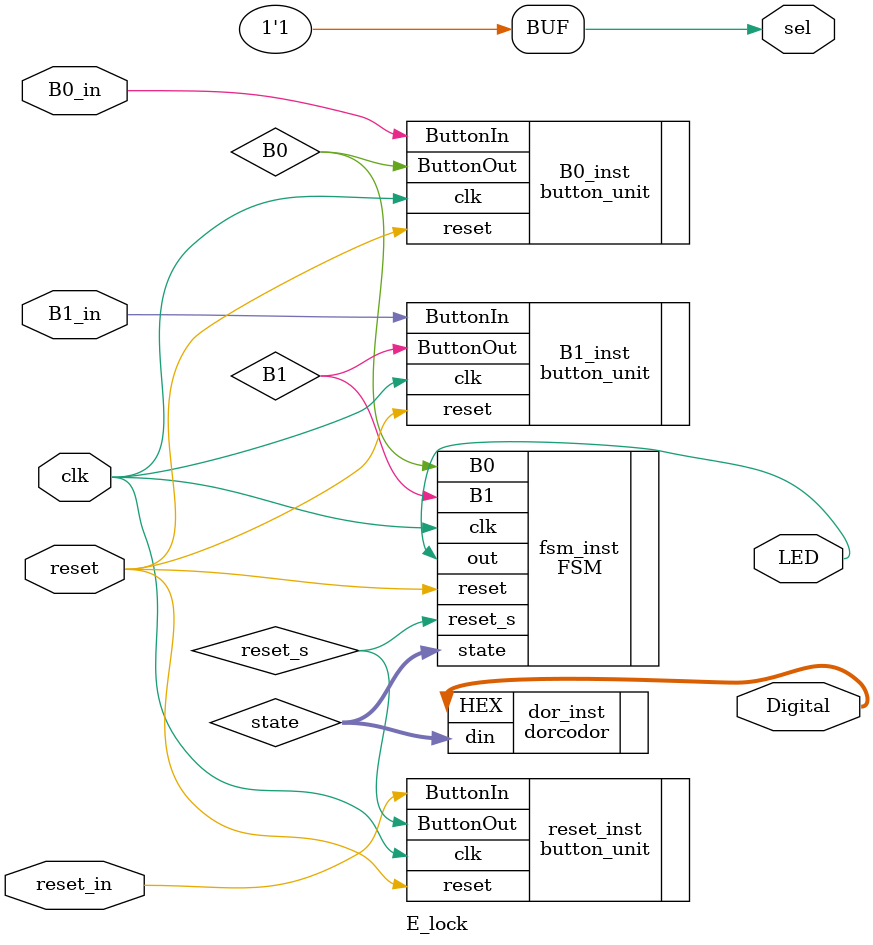
<source format=v>
module E_lock (
    clk, reset, reset_in, B0_in, B1_in, sel, LED, Digital
);
    input clk;
    input reset;
    input reset_in;
    input B0_in;
    input B1_in;
    output sel;
    output LED;
    output [6:0] Digital;
    
    wire [2:0] state;

    assign sel = 1;

    button_unit reset_inst (.clk(clk), .reset(reset), .ButtonIn(reset_in), .ButtonOut(reset_s));
    button_unit B0_inst    (.clk(clk), .reset(reset), .ButtonIn(B0_in),    .ButtonOut(B0));
    button_unit B1_inst    (.clk(clk), .reset(reset), .ButtonIn(B1_in),    .ButtonOut(B1));

    FSM         fsm_inst   (.clk(clk), .reset(reset), .B0(B0), .B1(B1), .reset_s(reset_s), .state(state), .out(LED));
    dorcodor    dor_inst   (.din(state), .HEX(Digital));

endmodule
</source>
